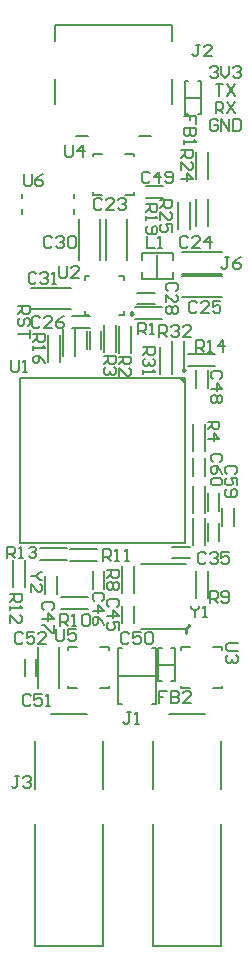
<source format=gto>
G04*
G04 #@! TF.GenerationSoftware,Altium Limited,Altium Designer,21.8.1 (53)*
G04*
G04 Layer_Color=65535*
%FSLAX25Y25*%
%MOIN*%
G70*
G04*
G04 #@! TF.SameCoordinates,8CF8EC62-83D0-4302-AE6A-B584A4672486*
G04*
G04*
G04 #@! TF.FilePolarity,Positive*
G04*
G01*
G75*
%ADD10C,0.00984*%
%ADD11C,0.00394*%
%ADD12C,0.00787*%
%ADD13C,0.01000*%
%ADD14C,0.00591*%
%ADD15C,0.00656*%
%ADD16C,0.00658*%
G36*
X61417Y160908D02*
X59727Y162598D01*
X61417D01*
Y160908D01*
D02*
G37*
D10*
X44094Y183957D02*
X43356Y184383D01*
Y183530D01*
X44094Y183957D01*
X61319Y165157D02*
X60581Y165584D01*
Y164731D01*
X61319Y165157D01*
D11*
X24606Y225394D02*
D03*
X37618Y59153D02*
D03*
X45965Y223524D02*
D03*
X75492Y59153D02*
D03*
D12*
X39469Y196555D02*
X41043D01*
Y194980D02*
Y196555D01*
X27854D02*
X29429D01*
X27854Y194980D02*
Y196555D01*
Y183366D02*
Y184941D01*
Y183366D02*
X29429D01*
X39469D02*
X41043D01*
Y184941D01*
X46654Y100591D02*
X61614D01*
X46654Y78937D02*
X61614D01*
X24409Y222303D02*
Y223819D01*
Y217126D02*
Y218642D01*
X7087Y222303D02*
Y223819D01*
Y217126D02*
Y218642D01*
X22264Y72736D02*
X25236D01*
X32874D02*
X35846D01*
X22264Y59153D02*
X25236D01*
X32874D02*
X35846D01*
X22264Y71949D02*
Y72736D01*
Y59153D02*
Y59941D01*
X35846Y71949D02*
Y72736D01*
Y59153D02*
Y59941D01*
X30610Y237106D02*
X33583D01*
X41221D02*
X44193D01*
X30610Y223524D02*
X33583D01*
X41221D02*
X44193D01*
X30610Y236319D02*
Y237106D01*
Y223524D02*
Y224311D01*
X44193Y236319D02*
Y237106D01*
Y223524D02*
Y224311D01*
X60138Y72736D02*
X63110D01*
X70748D02*
X73721D01*
X60138Y59153D02*
X63110D01*
X70748D02*
X73721D01*
X60138Y71949D02*
Y72736D01*
Y59153D02*
Y59941D01*
X73721Y71949D02*
Y72736D01*
Y59153D02*
Y59941D01*
X6299Y107480D02*
Y162598D01*
X61417Y107480D02*
Y162598D01*
X6299Y107480D02*
X61417D01*
X6299Y162598D02*
X61417D01*
X59727D02*
X61417Y160908D01*
X16732Y50394D02*
X28543D01*
X11220Y25591D02*
Y41339D01*
X34055Y25591D02*
Y41339D01*
Y-26772D02*
Y13780D01*
X11220Y-26772D02*
X34055D01*
X11220D02*
Y13780D01*
X56902Y274780D02*
Y280279D01*
X17902D02*
X56902D01*
X17902Y274780D02*
Y280279D01*
X45902Y243280D02*
X49902D01*
X24902D02*
X28902D01*
X56902Y253780D02*
Y262280D01*
X17902Y253780D02*
Y262280D01*
X56102Y50394D02*
X67913D01*
X50591Y25591D02*
Y41339D01*
X73425Y25591D02*
Y41339D01*
Y-26772D02*
Y13780D01*
X50591Y-26772D02*
X73425D01*
X50591D02*
Y13780D01*
D13*
X61614Y78937D02*
X62795Y80118D01*
X61614Y77362D02*
Y78937D01*
D14*
X57055Y165776D02*
Y174776D01*
X61055Y165776D02*
Y174776D01*
X53118Y163807D02*
Y172807D01*
X57118Y163807D02*
Y172807D01*
X64929Y213020D02*
Y222020D01*
X68929Y213020D02*
Y222020D01*
Y228768D02*
Y237768D01*
X64929Y228768D02*
Y237768D01*
X63024Y212035D02*
Y221035D01*
X59024Y212035D02*
Y221035D01*
X15717Y167744D02*
Y176744D01*
X19716Y167744D02*
Y176744D01*
X20638Y169713D02*
Y178713D01*
X24638Y169713D02*
Y178713D01*
X62429Y166307D02*
X71429D01*
X62429Y170307D02*
X71429D01*
X12933Y101746D02*
X21933D01*
X12933Y105746D02*
X21933D01*
X3906Y92941D02*
Y101941D01*
X7905Y92941D02*
Y101941D01*
X23059Y101347D02*
X32059D01*
X23059Y105347D02*
X32059D01*
X20106Y85598D02*
X29106D01*
X20106Y89598D02*
X29106D01*
X68929Y89004D02*
Y98004D01*
X64929Y89004D02*
Y98004D01*
X44323Y90677D02*
Y99677D01*
X40323Y90677D02*
Y99677D01*
X67945Y106720D02*
Y115720D01*
X63945Y106720D02*
Y115720D01*
X67945Y117547D02*
Y126547D01*
X63945Y117547D02*
Y126547D01*
Y138216D02*
Y147216D01*
X67945Y138216D02*
Y147216D01*
X34417Y170992D02*
Y179992D01*
X38417Y170992D02*
Y179992D01*
X39339Y170697D02*
Y179697D01*
X43339Y170697D02*
Y179697D01*
X44713Y182055D02*
X53713D01*
X44713Y186055D02*
X53713D01*
X52165Y196260D02*
Y203346D01*
X57284Y201772D02*
Y204134D01*
X47047D02*
X57284D01*
X47047Y201772D02*
Y204134D01*
Y195472D02*
Y197835D01*
Y195472D02*
X57284D01*
Y197835D01*
X52362Y72441D02*
X53543D01*
X52362Y61417D02*
Y72441D01*
Y61417D02*
X53543D01*
X56693D02*
X57874D01*
Y72441D01*
X56693D02*
X57874D01*
X52362Y66929D02*
X57874D01*
X61221Y261417D02*
X62402D01*
X61221Y250394D02*
Y261417D01*
Y250394D02*
X62402D01*
X65551D02*
X66732D01*
Y261417D01*
X65551D02*
X66732D01*
X61221Y255906D02*
X66732D01*
X68898Y118110D02*
Y124016D01*
X72835Y118110D02*
Y124016D01*
X77756Y113189D02*
Y119095D01*
X73819Y113189D02*
Y119095D01*
X68898Y108268D02*
Y114173D01*
X72835Y108268D02*
Y114173D01*
X7874Y62992D02*
Y68898D01*
X11811Y62992D02*
Y68898D01*
X12205Y59252D02*
Y72638D01*
X19291Y59252D02*
Y72638D01*
X50197Y72342D02*
X51673D01*
Y53642D02*
Y72342D01*
X50197Y53642D02*
X51673D01*
X38878D02*
X40354D01*
X38878D02*
Y72342D01*
X40354D01*
X38878Y62992D02*
X51673D01*
X48228Y222441D02*
X54134D01*
X48228Y226378D02*
X54134D01*
X64961Y159213D02*
Y165118D01*
X68898Y159213D02*
Y165118D01*
X14764Y90551D02*
Y96457D01*
X18701Y90551D02*
Y96457D01*
X30512Y92283D02*
Y98189D01*
X34449Y92283D02*
Y98189D01*
X44291Y80709D02*
Y86614D01*
X40354Y80709D02*
Y86614D01*
X63976Y129921D02*
Y135827D01*
X67913Y129921D02*
Y135827D01*
X57087Y106299D02*
X62992D01*
X57087Y102362D02*
X62992D01*
X10039Y185433D02*
X23425D01*
X10039Y192520D02*
X23425D01*
X25984Y201969D02*
Y215354D01*
X33071Y201969D02*
Y215354D01*
X29528Y172244D02*
Y178150D01*
X33465Y172244D02*
Y178150D01*
X45276Y187008D02*
X51181D01*
X45276Y190945D02*
X51181D01*
X24606Y172244D02*
Y178150D01*
X28543Y172244D02*
Y178150D01*
X23622Y183071D02*
X29528D01*
X23622Y179134D02*
X29528D01*
X60236Y196457D02*
X73622D01*
X60236Y189370D02*
X73622D01*
X60236Y204331D02*
X73622D01*
X60236Y197244D02*
X73622D01*
X34843Y201969D02*
Y215354D01*
X41929Y201969D02*
Y215354D01*
D15*
X5577Y186352D02*
X9513D01*
Y184384D01*
X8857Y183728D01*
X7545D01*
X6889Y184384D01*
Y186352D01*
Y185040D02*
X5577Y183728D01*
X8857Y179792D02*
X9513Y180448D01*
Y181760D01*
X8857Y182416D01*
X8201D01*
X7545Y181760D01*
Y180448D01*
X6889Y179792D01*
X6233D01*
X5577Y180448D01*
Y181760D01*
X6233Y182416D01*
X9513Y178480D02*
Y175856D01*
Y177168D01*
X5577D01*
X69554Y265747D02*
X70210Y266403D01*
X71522D01*
X72178Y265747D01*
Y265091D01*
X71522Y264435D01*
X70866D01*
X71522D01*
X72178Y263779D01*
Y263123D01*
X71522Y262467D01*
X70210D01*
X69554Y263123D01*
X73490Y266403D02*
Y263779D01*
X74801Y262467D01*
X76113Y263779D01*
Y266403D01*
X77425Y265747D02*
X78081Y266403D01*
X79393D01*
X80049Y265747D01*
Y265091D01*
X79393Y264435D01*
X78737D01*
X79393D01*
X80049Y263779D01*
Y263123D01*
X79393Y262467D01*
X78081D01*
X77425Y263123D01*
X71522Y260497D02*
X74146D01*
X72834D01*
Y256562D01*
X75458Y260497D02*
X78082Y256562D01*
Y260497D02*
X75458Y256562D01*
X71522Y250656D02*
Y254592D01*
X73490D01*
X74146Y253936D01*
Y252624D01*
X73490Y251968D01*
X71522D01*
X72834D02*
X74146Y250656D01*
X75458Y254592D02*
X78082Y250656D01*
Y254592D02*
X75458Y250656D01*
X72178Y248030D02*
X71522Y248686D01*
X70210D01*
X69554Y248030D01*
Y245407D01*
X70210Y244751D01*
X71522D01*
X72178Y245407D01*
Y246719D01*
X70866D01*
X73490Y244751D02*
Y248686D01*
X76113Y244751D01*
Y248686D01*
X77425D02*
Y244751D01*
X79393D01*
X80049Y245407D01*
Y248030D01*
X79393Y248686D01*
X77425D01*
X33794Y221784D02*
X33138Y222440D01*
X31826D01*
X31170Y221784D01*
Y219161D01*
X31826Y218505D01*
X33138D01*
X33794Y219161D01*
X37729Y218505D02*
X35105D01*
X37729Y221128D01*
Y221784D01*
X37073Y222440D01*
X35761D01*
X35105Y221784D01*
X39041D02*
X39697Y222440D01*
X41009D01*
X41665Y221784D01*
Y221128D01*
X41009Y220472D01*
X40353D01*
X41009D01*
X41665Y219816D01*
Y219161D01*
X41009Y218505D01*
X39697D01*
X39041Y219161D01*
D16*
X73162Y134514D02*
X73818Y135169D01*
Y136481D01*
X73162Y137137D01*
X70539D01*
X69883Y136481D01*
Y135169D01*
X70539Y134514D01*
X73818Y130578D02*
X73162Y131890D01*
X71850Y133202D01*
X70539D01*
X69883Y132546D01*
Y131234D01*
X70539Y130578D01*
X71194D01*
X71850Y131234D01*
Y133202D01*
X73162Y129266D02*
X73818Y128610D01*
Y127298D01*
X73162Y126642D01*
X70539D01*
X69883Y127298D01*
Y128610D01*
X70539Y129266D01*
X73162D01*
X78084Y130577D02*
X78740Y131233D01*
Y132545D01*
X78084Y133200D01*
X75460D01*
X74804Y132545D01*
Y131233D01*
X75460Y130577D01*
X78740Y126641D02*
Y129265D01*
X76772D01*
X77428Y127953D01*
Y127297D01*
X76772Y126641D01*
X75460D01*
X74804Y127297D01*
Y128609D01*
X75460Y129265D01*
Y125329D02*
X74804Y124673D01*
Y123361D01*
X75460Y122705D01*
X78084D01*
X78740Y123361D01*
Y124673D01*
X78084Y125329D01*
X77428D01*
X76772Y124673D01*
Y122705D01*
X55447Y58070D02*
X52823D01*
Y56102D01*
X54135D01*
X52823D01*
Y54135D01*
X56759Y58070D02*
Y54135D01*
X58727D01*
X59383Y54790D01*
Y55446D01*
X58727Y56102D01*
X56759D01*
X58727D01*
X59383Y56758D01*
Y57414D01*
X58727Y58070D01*
X56759D01*
X63319Y54135D02*
X60695D01*
X63319Y56758D01*
Y57414D01*
X62663Y58070D01*
X61351D01*
X60695Y57414D01*
X66273Y273621D02*
X64961D01*
X65617D01*
Y270342D01*
X64961Y269686D01*
X64305D01*
X63649Y270342D01*
X70209Y269686D02*
X67585D01*
X70209Y272309D01*
Y272966D01*
X69553Y273621D01*
X68241D01*
X67585Y272966D01*
X13779Y97768D02*
X13123D01*
X11811Y96456D01*
X13123Y95144D01*
X13779D01*
X11811Y96456D02*
X9843D01*
Y91208D02*
Y93832D01*
X12467Y91208D01*
X13123D01*
X13779Y91864D01*
Y93176D01*
X13123Y93832D01*
X63321Y86614D02*
Y85958D01*
X64633Y84646D01*
X65945Y85958D01*
Y86614D01*
X64633Y84646D02*
Y82678D01*
X67257D02*
X68569D01*
X67913D01*
Y86614D01*
X67257Y85958D01*
X7547Y230314D02*
Y227034D01*
X8203Y226379D01*
X9515D01*
X10171Y227034D01*
Y230314D01*
X14107D02*
X12795Y229658D01*
X11483Y228346D01*
Y227034D01*
X12139Y226379D01*
X13451D01*
X14107Y227034D01*
Y227691D01*
X13451Y228346D01*
X11483D01*
X18413Y78740D02*
Y75460D01*
X19069Y74804D01*
X20381D01*
X21037Y75460D01*
Y78740D01*
X24973D02*
X22349D01*
Y76772D01*
X23661Y77428D01*
X24317D01*
X24973Y76772D01*
Y75460D01*
X24317Y74804D01*
X23005D01*
X22349Y75460D01*
X21327Y240157D02*
Y236877D01*
X21982Y236221D01*
X23294D01*
X23950Y236877D01*
Y240157D01*
X27230Y236221D02*
Y240157D01*
X25262Y238189D01*
X27886D01*
X79035Y74146D02*
X75755D01*
X75099Y73490D01*
Y72178D01*
X75755Y71522D01*
X79035D01*
X78379Y70210D02*
X79035Y69554D01*
Y68242D01*
X78379Y67586D01*
X77723D01*
X77067Y68242D01*
Y68898D01*
Y68242D01*
X76411Y67586D01*
X75755D01*
X75099Y68242D01*
Y69554D01*
X75755Y70210D01*
X19358Y199802D02*
Y196523D01*
X20014Y195867D01*
X21326D01*
X21982Y196523D01*
Y199802D01*
X25918Y195867D02*
X23294D01*
X25918Y198491D01*
Y199147D01*
X25262Y199802D01*
X23950D01*
X23294Y199147D01*
X3282Y168306D02*
Y165027D01*
X3938Y164371D01*
X5250D01*
X5906Y165027D01*
Y168306D01*
X7217Y164371D02*
X8529D01*
X7873D01*
Y168306D01*
X7217Y167650D01*
X52823Y176182D02*
Y180117D01*
X54791D01*
X55447Y179462D01*
Y178150D01*
X54791Y177494D01*
X52823D01*
X54135D02*
X55447Y176182D01*
X56759Y179462D02*
X57415Y180117D01*
X58727D01*
X59383Y179462D01*
Y178805D01*
X58727Y178150D01*
X58071D01*
X58727D01*
X59383Y177494D01*
Y176838D01*
X58727Y176182D01*
X57415D01*
X56759Y176838D01*
X63319Y176182D02*
X60695D01*
X63319Y178805D01*
Y179462D01*
X62663Y180117D01*
X61351D01*
X60695Y179462D01*
X47245Y172899D02*
X51180D01*
Y170931D01*
X50524Y170275D01*
X49213D01*
X48557Y170931D01*
Y172899D01*
Y171587D02*
X47245Y170275D01*
X50524Y168963D02*
X51180Y168307D01*
Y166995D01*
X50524Y166339D01*
X49869D01*
X49213Y166995D01*
Y167651D01*
Y166995D01*
X48557Y166339D01*
X47901D01*
X47245Y166995D01*
Y168307D01*
X47901Y168963D01*
X47245Y165027D02*
Y163715D01*
Y164371D01*
X51180D01*
X50524Y165027D01*
X53150Y221783D02*
X57086D01*
Y219815D01*
X56430Y219159D01*
X55118D01*
X54462Y219815D01*
Y221783D01*
Y220471D02*
X53150Y219159D01*
Y215224D02*
Y217847D01*
X55774Y215224D01*
X56430D01*
X57086Y215880D01*
Y217191D01*
X56430Y217847D01*
X57086Y211288D02*
Y213912D01*
X55118D01*
X55774Y212600D01*
Y211944D01*
X55118Y211288D01*
X53806D01*
X53150Y211944D01*
Y213256D01*
X53806Y213912D01*
X60040Y238515D02*
X63976D01*
Y236547D01*
X63320Y235892D01*
X62008D01*
X61352Y236547D01*
Y238515D01*
Y237204D02*
X60040Y235892D01*
Y231956D02*
Y234580D01*
X62664Y231956D01*
X63320D01*
X63976Y232612D01*
Y233924D01*
X63320Y234580D01*
X60040Y228676D02*
X63976D01*
X62008Y230644D01*
Y228020D01*
X48229Y220471D02*
X52165D01*
Y218503D01*
X51509Y217847D01*
X50197D01*
X49541Y218503D01*
Y220471D01*
Y219159D02*
X48229Y217847D01*
Y216535D02*
Y215223D01*
Y215879D01*
X52165D01*
X51509Y216535D01*
X48885Y213255D02*
X48229Y212599D01*
Y211287D01*
X48885Y210631D01*
X51509D01*
X52165Y211287D01*
Y212599D01*
X51509Y213255D01*
X50853D01*
X50197Y212599D01*
Y210631D01*
X10827Y177164D02*
X14763D01*
Y175196D01*
X14107Y174540D01*
X12795D01*
X12139Y175196D01*
Y177164D01*
Y175852D02*
X10827Y174540D01*
Y173228D02*
Y171916D01*
Y172572D01*
X14763D01*
X14107Y173228D01*
X14763Y167324D02*
X14107Y168636D01*
X12795Y169948D01*
X11483D01*
X10827Y169292D01*
Y167980D01*
X11483Y167324D01*
X12139D01*
X12795Y167980D01*
Y169948D01*
X64962Y171260D02*
Y175196D01*
X66930D01*
X67586Y174540D01*
Y173228D01*
X66930Y172572D01*
X64962D01*
X66274D02*
X67586Y171260D01*
X68898D02*
X70210D01*
X69554D01*
Y175196D01*
X68898Y174540D01*
X74146Y171260D02*
Y175196D01*
X72178Y173228D01*
X74802D01*
X1970Y102363D02*
Y106299D01*
X3938D01*
X4594Y105643D01*
Y104331D01*
X3938Y103675D01*
X1970D01*
X3282D02*
X4594Y102363D01*
X5906D02*
X7218D01*
X6562D01*
Y106299D01*
X5906Y105643D01*
X9186D02*
X9842Y106299D01*
X11153D01*
X11809Y105643D01*
Y104987D01*
X11153Y104331D01*
X10498D01*
X11153D01*
X11809Y103675D01*
Y103019D01*
X11153Y102363D01*
X9842D01*
X9186Y103019D01*
X2953Y90550D02*
X6889D01*
Y88582D01*
X6233Y87926D01*
X4921D01*
X4265Y88582D01*
Y90550D01*
Y89238D02*
X2953Y87926D01*
Y86614D02*
Y85302D01*
Y85958D01*
X6889D01*
X6233Y86614D01*
X2953Y80710D02*
Y83334D01*
X5577Y80710D01*
X6233D01*
X6889Y81366D01*
Y82678D01*
X6233Y83334D01*
X34122Y101379D02*
Y105314D01*
X36090D01*
X36746Y104658D01*
Y103347D01*
X36090Y102690D01*
X34122D01*
X35434D02*
X36746Y101379D01*
X38058D02*
X39370D01*
X38714D01*
Y105314D01*
X38058Y104658D01*
X41338Y101379D02*
X42649D01*
X41994D01*
Y105314D01*
X41338Y104658D01*
X19687Y79725D02*
Y83661D01*
X21655D01*
X22310Y83005D01*
Y81693D01*
X21655Y81037D01*
X19687D01*
X20999D02*
X22310Y79725D01*
X23622D02*
X24934D01*
X24278D01*
Y83661D01*
X23622Y83005D01*
X26902D02*
X27558Y83661D01*
X28870D01*
X29526Y83005D01*
Y80381D01*
X28870Y79725D01*
X27558D01*
X26902Y80381D01*
Y83005D01*
X69555Y87599D02*
Y91535D01*
X71523D01*
X72179Y90879D01*
Y89567D01*
X71523Y88911D01*
X69555D01*
X70867D02*
X72179Y87599D01*
X73491Y88255D02*
X74147Y87599D01*
X75459D01*
X76114Y88255D01*
Y90879D01*
X75459Y91535D01*
X74147D01*
X73491Y90879D01*
Y90223D01*
X74147Y89567D01*
X76114D01*
X35434Y98457D02*
X39369D01*
Y96489D01*
X38713Y95833D01*
X37402D01*
X36746Y96489D01*
Y98457D01*
Y97145D02*
X35434Y95833D01*
X38713Y94521D02*
X39369Y93865D01*
Y92553D01*
X38713Y91897D01*
X38058D01*
X37402Y92553D01*
X36746Y91897D01*
X36090D01*
X35434Y92553D01*
Y93865D01*
X36090Y94521D01*
X36746D01*
X37402Y93865D01*
X38058Y94521D01*
X38713D01*
X37402Y93865D02*
Y92553D01*
X68898Y147965D02*
X72834D01*
Y145997D01*
X72178Y145341D01*
X70866D01*
X70210Y145997D01*
Y147965D01*
Y146653D02*
X68898Y145341D01*
Y142061D02*
X72834D01*
X70866Y144029D01*
Y141405D01*
X34449Y169914D02*
X38385D01*
Y167946D01*
X37729Y167290D01*
X36417D01*
X35761Y167946D01*
Y169914D01*
Y168602D02*
X34449Y167290D01*
X37729Y165978D02*
X38385Y165322D01*
Y164010D01*
X37729Y163354D01*
X37073D01*
X36417Y164010D01*
Y164666D01*
Y164010D01*
X35761Y163354D01*
X35105D01*
X34449Y164010D01*
Y165322D01*
X35105Y165978D01*
X39371Y169618D02*
X43306D01*
Y167650D01*
X42650Y166995D01*
X41339D01*
X40683Y167650D01*
Y169618D01*
Y168306D02*
X39371Y166995D01*
Y163059D02*
Y165683D01*
X41995Y163059D01*
X42650D01*
X43306Y163715D01*
Y165027D01*
X42650Y165683D01*
X45666Y176988D02*
Y180923D01*
X47634D01*
X48290Y180268D01*
Y178956D01*
X47634Y178300D01*
X45666D01*
X46978D02*
X48290Y176988D01*
X49602D02*
X50914D01*
X50258D01*
Y180923D01*
X49602Y180268D01*
X48557Y209645D02*
Y205709D01*
X51181D01*
X52493D02*
X53805D01*
X53149D01*
Y209645D01*
X52493Y208989D01*
X76116Y202755D02*
X74804D01*
X75460D01*
Y199476D01*
X74804Y198819D01*
X74148D01*
X73492Y199476D01*
X80051Y202755D02*
X78740Y202099D01*
X77428Y200787D01*
Y199476D01*
X78084Y198819D01*
X79396D01*
X80051Y199476D01*
Y200131D01*
X79396Y200787D01*
X77428D01*
X6135Y29822D02*
X4823D01*
X5479D01*
Y26542D01*
X4823Y25886D01*
X4168D01*
X3512Y26542D01*
X7447Y29166D02*
X8103Y29822D01*
X9415D01*
X10071Y29166D01*
Y28510D01*
X9415Y27854D01*
X8759D01*
X9415D01*
X10071Y27198D01*
Y26542D01*
X9415Y25886D01*
X8103D01*
X7447Y26542D01*
X43307Y51180D02*
X41995D01*
X42651D01*
Y47901D01*
X41995Y47245D01*
X41339D01*
X40683Y47901D01*
X44619Y47245D02*
X45931D01*
X45275D01*
Y51180D01*
X44619Y50524D01*
X64960Y247047D02*
Y249670D01*
X62992D01*
Y248358D01*
Y249670D01*
X61024D01*
X64960Y245735D02*
X61024D01*
Y243767D01*
X61680Y243111D01*
X62336D01*
X62992Y243767D01*
Y245735D01*
Y243767D01*
X63648Y243111D01*
X64304D01*
X64960Y243767D01*
Y245735D01*
X61024Y241799D02*
Y240487D01*
Y241143D01*
X64960D01*
X64304Y241799D01*
X7219Y77099D02*
X6563Y77755D01*
X5251D01*
X4595Y77099D01*
Y74476D01*
X5251Y73820D01*
X6563D01*
X7219Y74476D01*
X11154Y77755D02*
X8531D01*
Y75787D01*
X9843Y76443D01*
X10498D01*
X11154Y75787D01*
Y74476D01*
X10498Y73820D01*
X9187D01*
X8531Y74476D01*
X15090Y73820D02*
X12466D01*
X15090Y76443D01*
Y77099D01*
X14434Y77755D01*
X13122D01*
X12466Y77099D01*
X9843Y56430D02*
X9187Y57086D01*
X7875D01*
X7219Y56430D01*
Y53806D01*
X7875Y53150D01*
X9187D01*
X9843Y53806D01*
X13779Y57086D02*
X11155D01*
Y55118D01*
X12467Y55774D01*
X13123D01*
X13779Y55118D01*
Y53806D01*
X13123Y53150D01*
X11811D01*
X11155Y53806D01*
X15091Y53150D02*
X16403D01*
X15747D01*
Y57086D01*
X15091Y56430D01*
X42652Y77099D02*
X41996Y77755D01*
X40684D01*
X40028Y77099D01*
Y74476D01*
X40684Y73820D01*
X41996D01*
X42652Y74476D01*
X46587Y77755D02*
X43964D01*
Y75787D01*
X45276Y76443D01*
X45932D01*
X46587Y75787D01*
Y74476D01*
X45932Y73820D01*
X44620D01*
X43964Y74476D01*
X47899Y77099D02*
X48555Y77755D01*
X49867D01*
X50523Y77099D01*
Y74476D01*
X49867Y73820D01*
X48555D01*
X47899Y74476D01*
Y77099D01*
X49542Y230643D02*
X48886Y231299D01*
X47574D01*
X46918Y230643D01*
Y228019D01*
X47574Y227363D01*
X48886D01*
X49542Y228019D01*
X52821Y227363D02*
Y231299D01*
X50853Y229331D01*
X53477D01*
X54789Y228019D02*
X55445Y227363D01*
X56757D01*
X57413Y228019D01*
Y230643D01*
X56757Y231299D01*
X55445D01*
X54789Y230643D01*
Y229987D01*
X55445Y229331D01*
X57413D01*
X73162Y162073D02*
X73818Y162729D01*
Y164041D01*
X73162Y164697D01*
X70539D01*
X69883Y164041D01*
Y162729D01*
X70539Y162073D01*
X69883Y158793D02*
X73818D01*
X71850Y160761D01*
Y158137D01*
X73162Y156825D02*
X73818Y156169D01*
Y154857D01*
X73162Y154201D01*
X72506D01*
X71850Y154857D01*
X71194Y154201D01*
X70539D01*
X69883Y154857D01*
Y156169D01*
X70539Y156825D01*
X71194D01*
X71850Y156169D01*
X72506Y156825D01*
X73162D01*
X71850Y156169D02*
Y154857D01*
X17060Y85301D02*
X17716Y85957D01*
Y87269D01*
X17060Y87925D01*
X14436D01*
X13780Y87269D01*
Y85957D01*
X14436Y85301D01*
X13780Y82021D02*
X17716D01*
X15748Y83989D01*
Y81365D01*
X17716Y80053D02*
Y77429D01*
X17060D01*
X14436Y80053D01*
X13780D01*
X33792Y88017D02*
X34448Y88674D01*
Y89985D01*
X33792Y90641D01*
X31168D01*
X30512Y89985D01*
Y88674D01*
X31168Y88017D01*
X30512Y84738D02*
X34448D01*
X32480Y86706D01*
Y84082D01*
X34448Y80146D02*
X33792Y81458D01*
X32480Y82770D01*
X31168D01*
X30512Y82114D01*
Y80802D01*
X31168Y80146D01*
X31824D01*
X32480Y80802D01*
Y82770D01*
X38713Y86285D02*
X39369Y86941D01*
Y88253D01*
X38713Y88909D01*
X36090D01*
X35434Y88253D01*
Y86941D01*
X36090Y86285D01*
X35434Y83005D02*
X39369D01*
X37402Y84973D01*
Y82349D01*
X39369Y78414D02*
Y81038D01*
X37402D01*
X38058Y79726D01*
Y79070D01*
X37402Y78414D01*
X36090D01*
X35434Y79070D01*
Y80382D01*
X36090Y81038D01*
X68242Y103674D02*
X67586Y104330D01*
X66274D01*
X65618Y103674D01*
Y101050D01*
X66274Y100394D01*
X67586D01*
X68242Y101050D01*
X69554Y103674D02*
X70210Y104330D01*
X71522D01*
X72178Y103674D01*
Y103018D01*
X71522Y102362D01*
X70866D01*
X71522D01*
X72178Y101706D01*
Y101050D01*
X71522Y100394D01*
X70210D01*
X69554Y101050D01*
X76114Y104330D02*
X73490D01*
Y102362D01*
X74802Y103018D01*
X75458D01*
X76114Y102362D01*
Y101050D01*
X75458Y100394D01*
X74146D01*
X73490Y101050D01*
X11812Y197178D02*
X11156Y197834D01*
X9844D01*
X9188Y197178D01*
Y194554D01*
X9844Y193898D01*
X11156D01*
X11812Y194554D01*
X13124Y197178D02*
X13780Y197834D01*
X15091D01*
X15747Y197178D01*
Y196522D01*
X15091Y195866D01*
X14435D01*
X15091D01*
X15747Y195210D01*
Y194554D01*
X15091Y193898D01*
X13780D01*
X13124Y194554D01*
X17059Y193898D02*
X18371D01*
X17715D01*
Y197834D01*
X17059Y197178D01*
X17061Y208989D02*
X16405Y209645D01*
X15093D01*
X14437Y208989D01*
Y206365D01*
X15093Y205709D01*
X16405D01*
X17061Y206365D01*
X18373Y208989D02*
X19029Y209645D01*
X20341D01*
X20997Y208989D01*
Y208333D01*
X20341Y207677D01*
X19685D01*
X20341D01*
X20997Y207021D01*
Y206365D01*
X20341Y205709D01*
X19029D01*
X18373Y206365D01*
X22309Y208989D02*
X22965Y209645D01*
X24277D01*
X24933Y208989D01*
Y206365D01*
X24277Y205709D01*
X22965D01*
X22309Y206365D01*
Y208989D01*
X58398Y191600D02*
X59054Y192256D01*
Y193568D01*
X58398Y194224D01*
X55775D01*
X55119Y193568D01*
Y192256D01*
X55775Y191600D01*
X55119Y187664D02*
Y190288D01*
X57743Y187664D01*
X58398D01*
X59054Y188320D01*
Y189632D01*
X58398Y190288D01*
Y186353D02*
X59054Y185697D01*
Y184385D01*
X58398Y183729D01*
X57743D01*
X57087Y184385D01*
X56431Y183729D01*
X55775D01*
X55119Y184385D01*
Y185697D01*
X55775Y186353D01*
X56431D01*
X57087Y185697D01*
X57743Y186353D01*
X58398D01*
X57087Y185697D02*
Y184385D01*
X13124Y182414D02*
X12468Y183070D01*
X11156D01*
X10500Y182414D01*
Y179790D01*
X11156Y179135D01*
X12468D01*
X13124Y179790D01*
X17060Y179135D02*
X14436D01*
X17060Y181758D01*
Y182414D01*
X16404Y183070D01*
X15092D01*
X14436Y182414D01*
X20996Y183070D02*
X19684Y182414D01*
X18372Y181102D01*
Y179790D01*
X19028Y179135D01*
X20340D01*
X20996Y179790D01*
Y180446D01*
X20340Y181102D01*
X18372D01*
X65290Y187336D02*
X64634Y187991D01*
X63322D01*
X62666Y187336D01*
Y184712D01*
X63322Y184056D01*
X64634D01*
X65290Y184712D01*
X69225Y184056D02*
X66602D01*
X69225Y186680D01*
Y187336D01*
X68569Y187991D01*
X67257D01*
X66602Y187336D01*
X73161Y187991D02*
X70537D01*
Y186024D01*
X71849Y186680D01*
X72505D01*
X73161Y186024D01*
Y184712D01*
X72505Y184056D01*
X71193D01*
X70537Y184712D01*
X62337Y208989D02*
X61681Y209645D01*
X60369D01*
X59713Y208989D01*
Y206365D01*
X60369Y205709D01*
X61681D01*
X62337Y206365D01*
X66272Y205709D02*
X63649D01*
X66272Y208333D01*
Y208989D01*
X65617Y209645D01*
X64305D01*
X63649Y208989D01*
X69552Y205709D02*
Y209645D01*
X67585Y207677D01*
X70208D01*
M02*

</source>
